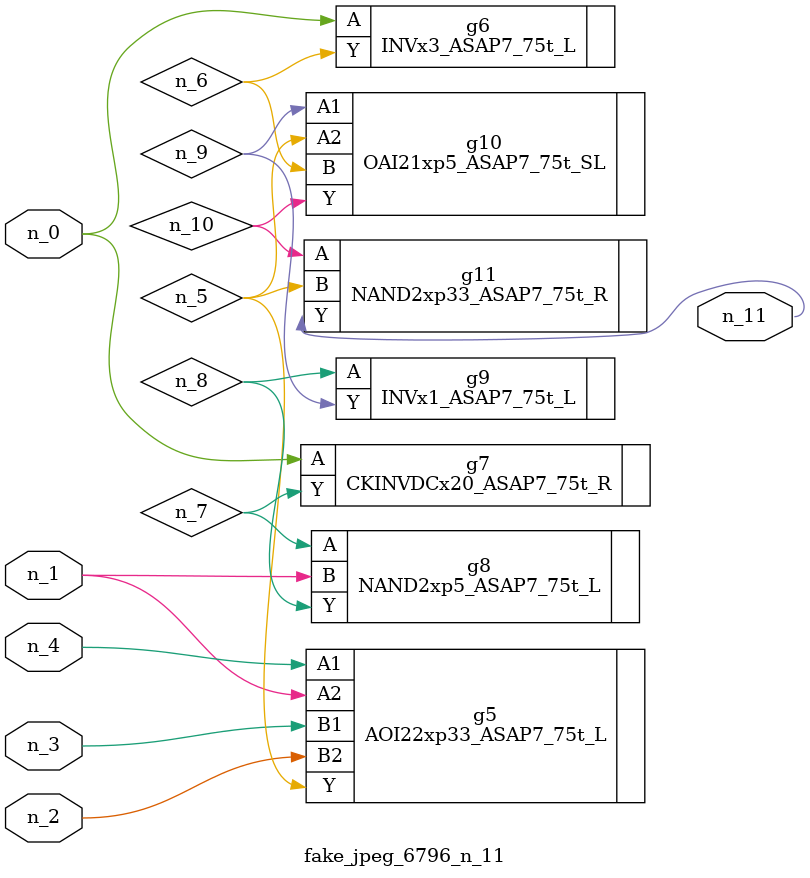
<source format=v>
module fake_jpeg_6796_n_11 (n_3, n_2, n_1, n_0, n_4, n_11);

input n_3;
input n_2;
input n_1;
input n_0;
input n_4;

output n_11;

wire n_10;
wire n_8;
wire n_9;
wire n_6;
wire n_5;
wire n_7;

AOI22xp33_ASAP7_75t_L g5 ( 
.A1(n_4),
.A2(n_1),
.B1(n_3),
.B2(n_2),
.Y(n_5)
);

INVx3_ASAP7_75t_L g6 ( 
.A(n_0),
.Y(n_6)
);

CKINVDCx20_ASAP7_75t_R g7 ( 
.A(n_0),
.Y(n_7)
);

NAND2xp5_ASAP7_75t_L g8 ( 
.A(n_7),
.B(n_1),
.Y(n_8)
);

INVx1_ASAP7_75t_L g9 ( 
.A(n_8),
.Y(n_9)
);

OAI21xp5_ASAP7_75t_SL g10 ( 
.A1(n_9),
.A2(n_5),
.B(n_6),
.Y(n_10)
);

NAND2xp33_ASAP7_75t_R g11 ( 
.A(n_10),
.B(n_5),
.Y(n_11)
);


endmodule
</source>
